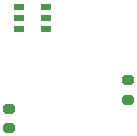
<source format=gbr>
%TF.GenerationSoftware,KiCad,Pcbnew,8.0.1*%
%TF.CreationDate,2024-04-24T15:17:24+01:00*%
%TF.ProjectId,Kishoof_Controls,4b697368-6f6f-4665-9f43-6f6e74726f6c,rev?*%
%TF.SameCoordinates,Original*%
%TF.FileFunction,Paste,Bot*%
%TF.FilePolarity,Positive*%
%FSLAX46Y46*%
G04 Gerber Fmt 4.6, Leading zero omitted, Abs format (unit mm)*
G04 Created by KiCad (PCBNEW 8.0.1) date 2024-04-24 15:17:24*
%MOMM*%
%LPD*%
G01*
G04 APERTURE LIST*
G04 Aperture macros list*
%AMRoundRect*
0 Rectangle with rounded corners*
0 $1 Rounding radius*
0 $2 $3 $4 $5 $6 $7 $8 $9 X,Y pos of 4 corners*
0 Add a 4 corners polygon primitive as box body*
4,1,4,$2,$3,$4,$5,$6,$7,$8,$9,$2,$3,0*
0 Add four circle primitives for the rounded corners*
1,1,$1+$1,$2,$3*
1,1,$1+$1,$4,$5*
1,1,$1+$1,$6,$7*
1,1,$1+$1,$8,$9*
0 Add four rect primitives between the rounded corners*
20,1,$1+$1,$2,$3,$4,$5,0*
20,1,$1+$1,$4,$5,$6,$7,0*
20,1,$1+$1,$6,$7,$8,$9,0*
20,1,$1+$1,$8,$9,$2,$3,0*%
G04 Aperture macros list end*
%ADD10R,0.950000X0.600000*%
%ADD11RoundRect,0.200000X0.275000X-0.200000X0.275000X0.200000X-0.275000X0.200000X-0.275000X-0.200000X0*%
G04 APERTURE END LIST*
D10*
%TO.C,U1*%
X59325000Y-131450000D03*
X59325000Y-132400000D03*
X59325000Y-133350000D03*
X57075000Y-133350000D03*
X57075000Y-132400000D03*
X57075000Y-131450000D03*
%TD*%
D11*
%TO.C,R1*%
X56200000Y-141725000D03*
X56200000Y-140075000D03*
%TD*%
%TO.C,R2*%
X66300000Y-139325000D03*
X66300000Y-137675000D03*
%TD*%
M02*

</source>
